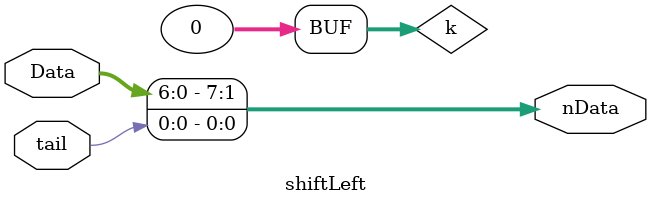
<source format=sv>
module shiftLeft #(parameter width = 8) (Data, nData, tail);
	input logic [width - 1:0] Data;
	output logic [width - 1:0] nData;
	input logic tail;
	integer k;
	
	always_comb begin
		for (k = width - 1; k > 0; k --)
			nData[k] = Data[k - 1];
		nData[0] = tail;
	end
endmodule

</source>
